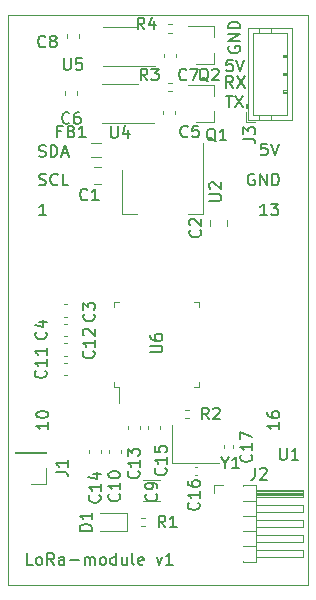
<source format=gbr>
%TF.GenerationSoftware,KiCad,Pcbnew,(5.1.10)-1*%
%TF.CreationDate,2021-08-15T22:41:54+03:00*%
%TF.ProjectId,jantteri-lora,6a616e74-7465-4726-992d-6c6f72612e6b,rev?*%
%TF.SameCoordinates,Original*%
%TF.FileFunction,Legend,Top*%
%TF.FilePolarity,Positive*%
%FSLAX46Y46*%
G04 Gerber Fmt 4.6, Leading zero omitted, Abs format (unit mm)*
G04 Created by KiCad (PCBNEW (5.1.10)-1) date 2021-08-15 22:41:54*
%MOMM*%
%LPD*%
G01*
G04 APERTURE LIST*
%ADD10C,0.150000*%
%ADD11C,0.120000*%
G04 APERTURE END LIST*
D10*
X78954333Y-51252380D02*
X78621000Y-50776190D01*
X78382904Y-51252380D02*
X78382904Y-50252380D01*
X78763857Y-50252380D01*
X78859095Y-50300000D01*
X78906714Y-50347619D01*
X78954333Y-50442857D01*
X78954333Y-50585714D01*
X78906714Y-50680952D01*
X78859095Y-50728571D01*
X78763857Y-50776190D01*
X78382904Y-50776190D01*
X79287666Y-50252380D02*
X79954333Y-51252380D01*
X79954333Y-50252380D02*
X79287666Y-51252380D01*
X78359095Y-51903380D02*
X78930523Y-51903380D01*
X78644809Y-52903380D02*
X78644809Y-51903380D01*
X79168619Y-51903380D02*
X79835285Y-52903380D01*
X79835285Y-51903380D02*
X79168619Y-52903380D01*
X78930523Y-48855380D02*
X78454333Y-48855380D01*
X78406714Y-49331571D01*
X78454333Y-49283952D01*
X78549571Y-49236333D01*
X78787666Y-49236333D01*
X78882904Y-49283952D01*
X78930523Y-49331571D01*
X78978142Y-49426809D01*
X78978142Y-49664904D01*
X78930523Y-49760142D01*
X78882904Y-49807761D01*
X78787666Y-49855380D01*
X78549571Y-49855380D01*
X78454333Y-49807761D01*
X78406714Y-49760142D01*
X79263857Y-48855380D02*
X79597190Y-49855380D01*
X79930523Y-48855380D01*
X78621000Y-47751904D02*
X78573380Y-47847142D01*
X78573380Y-47990000D01*
X78621000Y-48132857D01*
X78716238Y-48228095D01*
X78811476Y-48275714D01*
X79001952Y-48323333D01*
X79144809Y-48323333D01*
X79335285Y-48275714D01*
X79430523Y-48228095D01*
X79525761Y-48132857D01*
X79573380Y-47990000D01*
X79573380Y-47894761D01*
X79525761Y-47751904D01*
X79478142Y-47704285D01*
X79144809Y-47704285D01*
X79144809Y-47894761D01*
X79573380Y-47275714D02*
X78573380Y-47275714D01*
X79573380Y-46704285D01*
X78573380Y-46704285D01*
X79573380Y-46228095D02*
X78573380Y-46228095D01*
X78573380Y-45990000D01*
X78621000Y-45847142D01*
X78716238Y-45751904D01*
X78811476Y-45704285D01*
X79001952Y-45656666D01*
X79144809Y-45656666D01*
X79335285Y-45704285D01*
X79430523Y-45751904D01*
X79525761Y-45847142D01*
X79573380Y-45990000D01*
X79573380Y-46228095D01*
X81851523Y-62047380D02*
X81280095Y-62047380D01*
X81565809Y-62047380D02*
X81565809Y-61047380D01*
X81470571Y-61190238D01*
X81375333Y-61285476D01*
X81280095Y-61333095D01*
X82184857Y-61047380D02*
X82803904Y-61047380D01*
X82470571Y-61428333D01*
X82613428Y-61428333D01*
X82708666Y-61475952D01*
X82756285Y-61523571D01*
X82803904Y-61618809D01*
X82803904Y-61856904D01*
X82756285Y-61952142D01*
X82708666Y-61999761D01*
X82613428Y-62047380D01*
X82327714Y-62047380D01*
X82232476Y-61999761D01*
X82184857Y-61952142D01*
X82875380Y-79565476D02*
X82875380Y-80136904D01*
X82875380Y-79851190D02*
X81875380Y-79851190D01*
X82018238Y-79946428D01*
X82113476Y-80041666D01*
X82161095Y-80136904D01*
X81875380Y-78708333D02*
X81875380Y-78898809D01*
X81923000Y-78994047D01*
X81970619Y-79041666D01*
X82113476Y-79136904D01*
X82303952Y-79184523D01*
X82684904Y-79184523D01*
X82780142Y-79136904D01*
X82827761Y-79089285D01*
X82875380Y-78994047D01*
X82875380Y-78803571D01*
X82827761Y-78708333D01*
X82780142Y-78660714D01*
X82684904Y-78613095D01*
X82446809Y-78613095D01*
X82351571Y-78660714D01*
X82303952Y-78708333D01*
X82256333Y-78803571D01*
X82256333Y-78994047D01*
X82303952Y-79089285D01*
X82351571Y-79136904D01*
X82446809Y-79184523D01*
X63317380Y-79565476D02*
X63317380Y-80136904D01*
X63317380Y-79851190D02*
X62317380Y-79851190D01*
X62460238Y-79946428D01*
X62555476Y-80041666D01*
X62603095Y-80136904D01*
X62317380Y-78946428D02*
X62317380Y-78851190D01*
X62365000Y-78755952D01*
X62412619Y-78708333D01*
X62507857Y-78660714D01*
X62698333Y-78613095D01*
X62936428Y-78613095D01*
X63126904Y-78660714D01*
X63222142Y-78708333D01*
X63269761Y-78755952D01*
X63317380Y-78851190D01*
X63317380Y-78946428D01*
X63269761Y-79041666D01*
X63222142Y-79089285D01*
X63126904Y-79136904D01*
X62936428Y-79184523D01*
X62698333Y-79184523D01*
X62507857Y-79136904D01*
X62412619Y-79089285D01*
X62365000Y-79041666D01*
X62317380Y-78946428D01*
X63150714Y-62047380D02*
X62579285Y-62047380D01*
X62865000Y-62047380D02*
X62865000Y-61047380D01*
X62769761Y-61190238D01*
X62674523Y-61285476D01*
X62579285Y-61333095D01*
X62563523Y-59459761D02*
X62706380Y-59507380D01*
X62944476Y-59507380D01*
X63039714Y-59459761D01*
X63087333Y-59412142D01*
X63134952Y-59316904D01*
X63134952Y-59221666D01*
X63087333Y-59126428D01*
X63039714Y-59078809D01*
X62944476Y-59031190D01*
X62754000Y-58983571D01*
X62658761Y-58935952D01*
X62611142Y-58888333D01*
X62563523Y-58793095D01*
X62563523Y-58697857D01*
X62611142Y-58602619D01*
X62658761Y-58555000D01*
X62754000Y-58507380D01*
X62992095Y-58507380D01*
X63134952Y-58555000D01*
X64134952Y-59412142D02*
X64087333Y-59459761D01*
X63944476Y-59507380D01*
X63849238Y-59507380D01*
X63706380Y-59459761D01*
X63611142Y-59364523D01*
X63563523Y-59269285D01*
X63515904Y-59078809D01*
X63515904Y-58935952D01*
X63563523Y-58745476D01*
X63611142Y-58650238D01*
X63706380Y-58555000D01*
X63849238Y-58507380D01*
X63944476Y-58507380D01*
X64087333Y-58555000D01*
X64134952Y-58602619D01*
X65039714Y-59507380D02*
X64563523Y-59507380D01*
X64563523Y-58507380D01*
X62539714Y-57046761D02*
X62682571Y-57094380D01*
X62920666Y-57094380D01*
X63015904Y-57046761D01*
X63063523Y-56999142D01*
X63111142Y-56903904D01*
X63111142Y-56808666D01*
X63063523Y-56713428D01*
X63015904Y-56665809D01*
X62920666Y-56618190D01*
X62730190Y-56570571D01*
X62634952Y-56522952D01*
X62587333Y-56475333D01*
X62539714Y-56380095D01*
X62539714Y-56284857D01*
X62587333Y-56189619D01*
X62634952Y-56142000D01*
X62730190Y-56094380D01*
X62968285Y-56094380D01*
X63111142Y-56142000D01*
X63539714Y-57094380D02*
X63539714Y-56094380D01*
X63777809Y-56094380D01*
X63920666Y-56142000D01*
X64015904Y-56237238D01*
X64063523Y-56332476D01*
X64111142Y-56522952D01*
X64111142Y-56665809D01*
X64063523Y-56856285D01*
X64015904Y-56951523D01*
X63920666Y-57046761D01*
X63777809Y-57094380D01*
X63539714Y-57094380D01*
X64492095Y-56808666D02*
X64968285Y-56808666D01*
X64396857Y-57094380D02*
X64730190Y-56094380D01*
X65063523Y-57094380D01*
X80772095Y-58555000D02*
X80676857Y-58507380D01*
X80534000Y-58507380D01*
X80391142Y-58555000D01*
X80295904Y-58650238D01*
X80248285Y-58745476D01*
X80200666Y-58935952D01*
X80200666Y-59078809D01*
X80248285Y-59269285D01*
X80295904Y-59364523D01*
X80391142Y-59459761D01*
X80534000Y-59507380D01*
X80629238Y-59507380D01*
X80772095Y-59459761D01*
X80819714Y-59412142D01*
X80819714Y-59078809D01*
X80629238Y-59078809D01*
X81248285Y-59507380D02*
X81248285Y-58507380D01*
X81819714Y-59507380D01*
X81819714Y-58507380D01*
X82295904Y-59507380D02*
X82295904Y-58507380D01*
X82534000Y-58507380D01*
X82676857Y-58555000D01*
X82772095Y-58650238D01*
X82819714Y-58745476D01*
X82867333Y-58935952D01*
X82867333Y-59078809D01*
X82819714Y-59269285D01*
X82772095Y-59364523D01*
X82676857Y-59459761D01*
X82534000Y-59507380D01*
X82295904Y-59507380D01*
X81851523Y-55967380D02*
X81375333Y-55967380D01*
X81327714Y-56443571D01*
X81375333Y-56395952D01*
X81470571Y-56348333D01*
X81708666Y-56348333D01*
X81803904Y-56395952D01*
X81851523Y-56443571D01*
X81899142Y-56538809D01*
X81899142Y-56776904D01*
X81851523Y-56872142D01*
X81803904Y-56919761D01*
X81708666Y-56967380D01*
X81470571Y-56967380D01*
X81375333Y-56919761D01*
X81327714Y-56872142D01*
X82184857Y-55967380D02*
X82518190Y-56967380D01*
X82851523Y-55967380D01*
X62024333Y-91638380D02*
X61548142Y-91638380D01*
X61548142Y-90638380D01*
X62500523Y-91638380D02*
X62405285Y-91590761D01*
X62357666Y-91543142D01*
X62310047Y-91447904D01*
X62310047Y-91162190D01*
X62357666Y-91066952D01*
X62405285Y-91019333D01*
X62500523Y-90971714D01*
X62643380Y-90971714D01*
X62738619Y-91019333D01*
X62786238Y-91066952D01*
X62833857Y-91162190D01*
X62833857Y-91447904D01*
X62786238Y-91543142D01*
X62738619Y-91590761D01*
X62643380Y-91638380D01*
X62500523Y-91638380D01*
X63833857Y-91638380D02*
X63500523Y-91162190D01*
X63262428Y-91638380D02*
X63262428Y-90638380D01*
X63643380Y-90638380D01*
X63738619Y-90686000D01*
X63786238Y-90733619D01*
X63833857Y-90828857D01*
X63833857Y-90971714D01*
X63786238Y-91066952D01*
X63738619Y-91114571D01*
X63643380Y-91162190D01*
X63262428Y-91162190D01*
X64691000Y-91638380D02*
X64691000Y-91114571D01*
X64643380Y-91019333D01*
X64548142Y-90971714D01*
X64357666Y-90971714D01*
X64262428Y-91019333D01*
X64691000Y-91590761D02*
X64595761Y-91638380D01*
X64357666Y-91638380D01*
X64262428Y-91590761D01*
X64214809Y-91495523D01*
X64214809Y-91400285D01*
X64262428Y-91305047D01*
X64357666Y-91257428D01*
X64595761Y-91257428D01*
X64691000Y-91209809D01*
X65167190Y-91257428D02*
X65929095Y-91257428D01*
X66405285Y-91638380D02*
X66405285Y-90971714D01*
X66405285Y-91066952D02*
X66452904Y-91019333D01*
X66548142Y-90971714D01*
X66691000Y-90971714D01*
X66786238Y-91019333D01*
X66833857Y-91114571D01*
X66833857Y-91638380D01*
X66833857Y-91114571D02*
X66881476Y-91019333D01*
X66976714Y-90971714D01*
X67119571Y-90971714D01*
X67214809Y-91019333D01*
X67262428Y-91114571D01*
X67262428Y-91638380D01*
X67881476Y-91638380D02*
X67786238Y-91590761D01*
X67738619Y-91543142D01*
X67691000Y-91447904D01*
X67691000Y-91162190D01*
X67738619Y-91066952D01*
X67786238Y-91019333D01*
X67881476Y-90971714D01*
X68024333Y-90971714D01*
X68119571Y-91019333D01*
X68167190Y-91066952D01*
X68214809Y-91162190D01*
X68214809Y-91447904D01*
X68167190Y-91543142D01*
X68119571Y-91590761D01*
X68024333Y-91638380D01*
X67881476Y-91638380D01*
X69071952Y-91638380D02*
X69071952Y-90638380D01*
X69071952Y-91590761D02*
X68976714Y-91638380D01*
X68786238Y-91638380D01*
X68691000Y-91590761D01*
X68643380Y-91543142D01*
X68595761Y-91447904D01*
X68595761Y-91162190D01*
X68643380Y-91066952D01*
X68691000Y-91019333D01*
X68786238Y-90971714D01*
X68976714Y-90971714D01*
X69071952Y-91019333D01*
X69976714Y-90971714D02*
X69976714Y-91638380D01*
X69548142Y-90971714D02*
X69548142Y-91495523D01*
X69595761Y-91590761D01*
X69691000Y-91638380D01*
X69833857Y-91638380D01*
X69929095Y-91590761D01*
X69976714Y-91543142D01*
X70595761Y-91638380D02*
X70500523Y-91590761D01*
X70452904Y-91495523D01*
X70452904Y-90638380D01*
X71357666Y-91590761D02*
X71262428Y-91638380D01*
X71071952Y-91638380D01*
X70976714Y-91590761D01*
X70929095Y-91495523D01*
X70929095Y-91114571D01*
X70976714Y-91019333D01*
X71071952Y-90971714D01*
X71262428Y-90971714D01*
X71357666Y-91019333D01*
X71405285Y-91114571D01*
X71405285Y-91209809D01*
X70929095Y-91305047D01*
X72500523Y-90971714D02*
X72738619Y-91638380D01*
X72976714Y-90971714D01*
X73881476Y-91638380D02*
X73310047Y-91638380D01*
X73595761Y-91638380D02*
X73595761Y-90638380D01*
X73500523Y-90781238D01*
X73405285Y-90876476D01*
X73310047Y-90924095D01*
D11*
%TO.C,U1*%
X85344000Y-45085000D02*
X59944000Y-45085000D01*
X85344000Y-45085000D02*
X85344000Y-92075000D01*
X85344000Y-93345000D02*
X59944000Y-93345000D01*
X59944000Y-93345000D02*
X59944000Y-45085000D01*
X85344000Y-93345000D02*
X85344000Y-92075000D01*
%TO.C,C2*%
X78459000Y-62933252D02*
X78459000Y-62410748D01*
X76989000Y-62933252D02*
X76989000Y-62410748D01*
%TO.C,C1*%
X67759252Y-59409000D02*
X67236748Y-59409000D01*
X67759252Y-57939000D02*
X67236748Y-57939000D01*
%TO.C,C3*%
X64923580Y-70614000D02*
X64642420Y-70614000D01*
X64923580Y-69594000D02*
X64642420Y-69594000D01*
%TO.C,C4*%
X64923580Y-71245000D02*
X64642420Y-71245000D01*
X64923580Y-72265000D02*
X64642420Y-72265000D01*
%TO.C,C5*%
X73023000Y-53199420D02*
X73023000Y-53480580D01*
X74043000Y-53199420D02*
X74043000Y-53480580D01*
%TO.C,C6*%
X64768000Y-51842580D02*
X64768000Y-51561420D01*
X65788000Y-51842580D02*
X65788000Y-51561420D01*
%TO.C,C7*%
X73150000Y-48360420D02*
X73150000Y-48641580D01*
X74170000Y-48360420D02*
X74170000Y-48641580D01*
%TO.C,C8*%
X64895000Y-47016580D02*
X64895000Y-46735420D01*
X65915000Y-47016580D02*
X65915000Y-46735420D01*
%TO.C,C9*%
X72769252Y-86254000D02*
X71346748Y-86254000D01*
X72769252Y-84434000D02*
X71346748Y-84434000D01*
%TO.C,C10*%
X68451000Y-81914420D02*
X68451000Y-82195580D01*
X69471000Y-81914420D02*
X69471000Y-82195580D01*
%TO.C,C11*%
X64923580Y-74547000D02*
X64642420Y-74547000D01*
X64923580Y-75567000D02*
X64642420Y-75567000D01*
%TO.C,C12*%
X64923580Y-73916000D02*
X64642420Y-73916000D01*
X64923580Y-72896000D02*
X64642420Y-72896000D01*
%TO.C,C13*%
X71122000Y-79882420D02*
X71122000Y-80163580D01*
X70102000Y-79882420D02*
X70102000Y-80163580D01*
%TO.C,C14*%
X66800000Y-81914420D02*
X66800000Y-82195580D01*
X67820000Y-81914420D02*
X67820000Y-82195580D01*
%TO.C,C15*%
X72773000Y-79882420D02*
X72773000Y-80163580D01*
X71753000Y-79882420D02*
X71753000Y-80163580D01*
%TO.C,C16*%
X75739164Y-83333000D02*
X75954836Y-83333000D01*
X75739164Y-84053000D02*
X75954836Y-84053000D01*
%TO.C,C17*%
X78253000Y-81525164D02*
X78253000Y-81740836D01*
X78973000Y-81525164D02*
X78973000Y-81740836D01*
%TO.C,D1*%
X67678500Y-88746000D02*
X69963500Y-88746000D01*
X69963500Y-88746000D02*
X69963500Y-87276000D01*
X69963500Y-87276000D02*
X67678500Y-87276000D01*
%TO.C,FB1*%
X67790122Y-57075000D02*
X66990878Y-57075000D01*
X67790122Y-55955000D02*
X66990878Y-55955000D01*
%TO.C,J1*%
X63179000Y-82109000D02*
X60519000Y-82109000D01*
X63179000Y-82169000D02*
X63179000Y-82109000D01*
X60519000Y-82169000D02*
X60519000Y-82109000D01*
X63179000Y-82169000D02*
X60519000Y-82169000D01*
X63179000Y-83439000D02*
X63179000Y-84769000D01*
X63179000Y-84769000D02*
X61849000Y-84769000D01*
%TO.C,J3*%
X80251000Y-53934000D02*
X83971000Y-53934000D01*
X83971000Y-53934000D02*
X83971000Y-46214000D01*
X83971000Y-46214000D02*
X80251000Y-46214000D01*
X80251000Y-46214000D02*
X80251000Y-53934000D01*
X80251000Y-52624000D02*
X80051000Y-52624000D01*
X80051000Y-52624000D02*
X80051000Y-52924000D01*
X80051000Y-52924000D02*
X80251000Y-52924000D01*
X80151000Y-52624000D02*
X80151000Y-52924000D01*
X80651000Y-53534000D02*
X83571000Y-53534000D01*
X83571000Y-53534000D02*
X83571000Y-46614000D01*
X83571000Y-46614000D02*
X80651000Y-46614000D01*
X80651000Y-46614000D02*
X80651000Y-53534000D01*
X81161000Y-53934000D02*
X81161000Y-53534000D01*
X82161000Y-53934000D02*
X82161000Y-53534000D01*
X81161000Y-46214000D02*
X81161000Y-46614000D01*
X82161000Y-46214000D02*
X82161000Y-46614000D01*
X83571000Y-51674000D02*
X83171000Y-51674000D01*
X83171000Y-51674000D02*
X83171000Y-51474000D01*
X83171000Y-51474000D02*
X83571000Y-51474000D01*
X83571000Y-51574000D02*
X83171000Y-51574000D01*
X83571000Y-50174000D02*
X83171000Y-50174000D01*
X83171000Y-50174000D02*
X83171000Y-49974000D01*
X83171000Y-49974000D02*
X83571000Y-49974000D01*
X83571000Y-50074000D02*
X83171000Y-50074000D01*
X83571000Y-48674000D02*
X83171000Y-48674000D01*
X83171000Y-48674000D02*
X83171000Y-48474000D01*
X83171000Y-48474000D02*
X83571000Y-48474000D01*
X83571000Y-48574000D02*
X83171000Y-48574000D01*
X80051000Y-53334000D02*
X80051000Y-54134000D01*
X80051000Y-54134000D02*
X80851000Y-54134000D01*
%TO.C,Q1*%
X77341000Y-54158000D02*
X77341000Y-53228000D01*
X77341000Y-50998000D02*
X77341000Y-51928000D01*
X77341000Y-50998000D02*
X75181000Y-50998000D01*
X77341000Y-54158000D02*
X75881000Y-54158000D01*
%TO.C,Q2*%
X77341000Y-49205000D02*
X75881000Y-49205000D01*
X77341000Y-46045000D02*
X75181000Y-46045000D01*
X77341000Y-46045000D02*
X77341000Y-46975000D01*
X77341000Y-49205000D02*
X77341000Y-48275000D01*
%TO.C,R3*%
X73508359Y-51561000D02*
X73815641Y-51561000D01*
X73508359Y-50801000D02*
X73815641Y-50801000D01*
%TO.C,R4*%
X73508359Y-45848000D02*
X73815641Y-45848000D01*
X73508359Y-46608000D02*
X73815641Y-46608000D01*
%TO.C,R1*%
X71527641Y-88391000D02*
X71220359Y-88391000D01*
X71527641Y-87631000D02*
X71220359Y-87631000D01*
%TO.C,R2*%
X74905359Y-79247000D02*
X75212641Y-79247000D01*
X74905359Y-78487000D02*
X75212641Y-78487000D01*
%TO.C,U2*%
X69601000Y-61956000D02*
X70861000Y-61956000D01*
X76421000Y-61956000D02*
X75161000Y-61956000D01*
X69601000Y-58196000D02*
X69601000Y-61956000D01*
X76421000Y-55946000D02*
X76421000Y-61956000D01*
%TO.C,U4*%
X69392999Y-50968000D02*
X67892999Y-50968000D01*
X69392999Y-50968000D02*
X70892999Y-50968000D01*
X69392999Y-54188000D02*
X67892999Y-54188000D01*
X69392999Y-54188000D02*
X72267999Y-54188000D01*
%TO.C,U5*%
X69469000Y-49362000D02*
X72344000Y-49362000D01*
X69469000Y-49362000D02*
X67969000Y-49362000D01*
X69469000Y-46142000D02*
X70969000Y-46142000D01*
X69469000Y-46142000D02*
X67969000Y-46142000D01*
%TO.C,U6*%
X76123000Y-69836500D02*
X76123000Y-69386500D01*
X76123000Y-69386500D02*
X75673000Y-69386500D01*
X76123000Y-76156500D02*
X76123000Y-76606500D01*
X76123000Y-76606500D02*
X75673000Y-76606500D01*
X68903000Y-69836500D02*
X68903000Y-69386500D01*
X68903000Y-69386500D02*
X69353000Y-69386500D01*
X68903000Y-76156500D02*
X68903000Y-76606500D01*
X68903000Y-76606500D02*
X69353000Y-76606500D01*
X69353000Y-76606500D02*
X69353000Y-77896500D01*
%TO.C,Y1*%
X73819000Y-79757000D02*
X73819000Y-83057000D01*
X73819000Y-83057000D02*
X77819000Y-83057000D01*
%TO.C,J2*%
X79815000Y-84978323D02*
X79815000Y-84903000D01*
X79815000Y-84903000D02*
X80935000Y-84903000D01*
X80935000Y-84903000D02*
X80935000Y-91373000D01*
X80935000Y-91373000D02*
X79815000Y-91373000D01*
X79815000Y-91373000D02*
X79815000Y-91297677D01*
X80935000Y-85338000D02*
X84935000Y-85338000D01*
X84935000Y-85338000D02*
X84935000Y-85858000D01*
X84935000Y-85858000D02*
X80935000Y-85858000D01*
X80935000Y-85398000D02*
X84935000Y-85398000D01*
X80935000Y-85518000D02*
X84935000Y-85518000D01*
X80935000Y-85638000D02*
X84935000Y-85638000D01*
X80935000Y-85758000D02*
X84935000Y-85758000D01*
X79815000Y-86233000D02*
X80935000Y-86233000D01*
X79815000Y-86217677D02*
X79815000Y-86248323D01*
X80935000Y-86608000D02*
X84935000Y-86608000D01*
X84935000Y-86608000D02*
X84935000Y-87128000D01*
X84935000Y-87128000D02*
X80935000Y-87128000D01*
X79815000Y-87503000D02*
X80935000Y-87503000D01*
X79815000Y-87487677D02*
X79815000Y-87518323D01*
X80935000Y-87878000D02*
X84935000Y-87878000D01*
X84935000Y-87878000D02*
X84935000Y-88398000D01*
X84935000Y-88398000D02*
X80935000Y-88398000D01*
X79815000Y-88773000D02*
X80935000Y-88773000D01*
X79815000Y-88757677D02*
X79815000Y-88788323D01*
X80935000Y-89148000D02*
X84935000Y-89148000D01*
X84935000Y-89148000D02*
X84935000Y-89668000D01*
X84935000Y-89668000D02*
X80935000Y-89668000D01*
X79815000Y-90043000D02*
X80935000Y-90043000D01*
X79815000Y-90027677D02*
X79815000Y-90058323D01*
X80935000Y-90418000D02*
X84935000Y-90418000D01*
X84935000Y-90418000D02*
X84935000Y-90938000D01*
X84935000Y-90938000D02*
X80935000Y-90938000D01*
X77345000Y-85598000D02*
X77345000Y-84838000D01*
X77345000Y-84838000D02*
X78105000Y-84838000D01*
%TO.C,U1*%
D10*
X82931095Y-81748380D02*
X82931095Y-82557904D01*
X82978714Y-82653142D01*
X83026333Y-82700761D01*
X83121571Y-82748380D01*
X83312047Y-82748380D01*
X83407285Y-82700761D01*
X83454904Y-82653142D01*
X83502523Y-82557904D01*
X83502523Y-81748380D01*
X84502523Y-82748380D02*
X83931095Y-82748380D01*
X84216809Y-82748380D02*
X84216809Y-81748380D01*
X84121571Y-81891238D01*
X84026333Y-81986476D01*
X83931095Y-82034095D01*
%TO.C,C2*%
X76176142Y-63285666D02*
X76223761Y-63333285D01*
X76271380Y-63476142D01*
X76271380Y-63571380D01*
X76223761Y-63714238D01*
X76128523Y-63809476D01*
X76033285Y-63857095D01*
X75842809Y-63904714D01*
X75699952Y-63904714D01*
X75509476Y-63857095D01*
X75414238Y-63809476D01*
X75319000Y-63714238D01*
X75271380Y-63571380D01*
X75271380Y-63476142D01*
X75319000Y-63333285D01*
X75366619Y-63285666D01*
X75366619Y-62904714D02*
X75319000Y-62857095D01*
X75271380Y-62761857D01*
X75271380Y-62523761D01*
X75319000Y-62428523D01*
X75366619Y-62380904D01*
X75461857Y-62333285D01*
X75557095Y-62333285D01*
X75699952Y-62380904D01*
X76271380Y-62952333D01*
X76271380Y-62333285D01*
%TO.C,C1*%
X66635333Y-60682142D02*
X66587714Y-60729761D01*
X66444857Y-60777380D01*
X66349619Y-60777380D01*
X66206761Y-60729761D01*
X66111523Y-60634523D01*
X66063904Y-60539285D01*
X66016285Y-60348809D01*
X66016285Y-60205952D01*
X66063904Y-60015476D01*
X66111523Y-59920238D01*
X66206761Y-59825000D01*
X66349619Y-59777380D01*
X66444857Y-59777380D01*
X66587714Y-59825000D01*
X66635333Y-59872619D01*
X67587714Y-60777380D02*
X67016285Y-60777380D01*
X67302000Y-60777380D02*
X67302000Y-59777380D01*
X67206761Y-59920238D01*
X67111523Y-60015476D01*
X67016285Y-60063095D01*
%TO.C,C3*%
X67185142Y-70397666D02*
X67232761Y-70445285D01*
X67280380Y-70588142D01*
X67280380Y-70683380D01*
X67232761Y-70826238D01*
X67137523Y-70921476D01*
X67042285Y-70969095D01*
X66851809Y-71016714D01*
X66708952Y-71016714D01*
X66518476Y-70969095D01*
X66423238Y-70921476D01*
X66328000Y-70826238D01*
X66280380Y-70683380D01*
X66280380Y-70588142D01*
X66328000Y-70445285D01*
X66375619Y-70397666D01*
X66280380Y-70064333D02*
X66280380Y-69445285D01*
X66661333Y-69778619D01*
X66661333Y-69635761D01*
X66708952Y-69540523D01*
X66756571Y-69492904D01*
X66851809Y-69445285D01*
X67089904Y-69445285D01*
X67185142Y-69492904D01*
X67232761Y-69540523D01*
X67280380Y-69635761D01*
X67280380Y-69921476D01*
X67232761Y-70016714D01*
X67185142Y-70064333D01*
%TO.C,C4*%
X63121142Y-71921666D02*
X63168761Y-71969285D01*
X63216380Y-72112142D01*
X63216380Y-72207380D01*
X63168761Y-72350238D01*
X63073523Y-72445476D01*
X62978285Y-72493095D01*
X62787809Y-72540714D01*
X62644952Y-72540714D01*
X62454476Y-72493095D01*
X62359238Y-72445476D01*
X62264000Y-72350238D01*
X62216380Y-72207380D01*
X62216380Y-72112142D01*
X62264000Y-71969285D01*
X62311619Y-71921666D01*
X62549714Y-71064523D02*
X63216380Y-71064523D01*
X62168761Y-71302619D02*
X62883047Y-71540714D01*
X62883047Y-70921666D01*
%TO.C,C5*%
X75144333Y-55348142D02*
X75096714Y-55395761D01*
X74953857Y-55443380D01*
X74858619Y-55443380D01*
X74715761Y-55395761D01*
X74620523Y-55300523D01*
X74572904Y-55205285D01*
X74525285Y-55014809D01*
X74525285Y-54871952D01*
X74572904Y-54681476D01*
X74620523Y-54586238D01*
X74715761Y-54491000D01*
X74858619Y-54443380D01*
X74953857Y-54443380D01*
X75096714Y-54491000D01*
X75144333Y-54538619D01*
X76049095Y-54443380D02*
X75572904Y-54443380D01*
X75525285Y-54919571D01*
X75572904Y-54871952D01*
X75668142Y-54824333D01*
X75906238Y-54824333D01*
X76001476Y-54871952D01*
X76049095Y-54919571D01*
X76096714Y-55014809D01*
X76096714Y-55252904D01*
X76049095Y-55348142D01*
X76001476Y-55395761D01*
X75906238Y-55443380D01*
X75668142Y-55443380D01*
X75572904Y-55395761D01*
X75525285Y-55348142D01*
%TO.C,C6*%
X65111333Y-54205142D02*
X65063714Y-54252761D01*
X64920857Y-54300380D01*
X64825619Y-54300380D01*
X64682761Y-54252761D01*
X64587523Y-54157523D01*
X64539904Y-54062285D01*
X64492285Y-53871809D01*
X64492285Y-53728952D01*
X64539904Y-53538476D01*
X64587523Y-53443238D01*
X64682761Y-53348000D01*
X64825619Y-53300380D01*
X64920857Y-53300380D01*
X65063714Y-53348000D01*
X65111333Y-53395619D01*
X65968476Y-53300380D02*
X65778000Y-53300380D01*
X65682761Y-53348000D01*
X65635142Y-53395619D01*
X65539904Y-53538476D01*
X65492285Y-53728952D01*
X65492285Y-54109904D01*
X65539904Y-54205142D01*
X65587523Y-54252761D01*
X65682761Y-54300380D01*
X65873238Y-54300380D01*
X65968476Y-54252761D01*
X66016095Y-54205142D01*
X66063714Y-54109904D01*
X66063714Y-53871809D01*
X66016095Y-53776571D01*
X65968476Y-53728952D01*
X65873238Y-53681333D01*
X65682761Y-53681333D01*
X65587523Y-53728952D01*
X65539904Y-53776571D01*
X65492285Y-53871809D01*
%TO.C,C7*%
X75017333Y-50522142D02*
X74969714Y-50569761D01*
X74826857Y-50617380D01*
X74731619Y-50617380D01*
X74588761Y-50569761D01*
X74493523Y-50474523D01*
X74445904Y-50379285D01*
X74398285Y-50188809D01*
X74398285Y-50045952D01*
X74445904Y-49855476D01*
X74493523Y-49760238D01*
X74588761Y-49665000D01*
X74731619Y-49617380D01*
X74826857Y-49617380D01*
X74969714Y-49665000D01*
X75017333Y-49712619D01*
X75350666Y-49617380D02*
X76017333Y-49617380D01*
X75588761Y-50617380D01*
%TO.C,C8*%
X63079333Y-47728142D02*
X63031714Y-47775761D01*
X62888857Y-47823380D01*
X62793619Y-47823380D01*
X62650761Y-47775761D01*
X62555523Y-47680523D01*
X62507904Y-47585285D01*
X62460285Y-47394809D01*
X62460285Y-47251952D01*
X62507904Y-47061476D01*
X62555523Y-46966238D01*
X62650761Y-46871000D01*
X62793619Y-46823380D01*
X62888857Y-46823380D01*
X63031714Y-46871000D01*
X63079333Y-46918619D01*
X63650761Y-47251952D02*
X63555523Y-47204333D01*
X63507904Y-47156714D01*
X63460285Y-47061476D01*
X63460285Y-47013857D01*
X63507904Y-46918619D01*
X63555523Y-46871000D01*
X63650761Y-46823380D01*
X63841238Y-46823380D01*
X63936476Y-46871000D01*
X63984095Y-46918619D01*
X64031714Y-47013857D01*
X64031714Y-47061476D01*
X63984095Y-47156714D01*
X63936476Y-47204333D01*
X63841238Y-47251952D01*
X63650761Y-47251952D01*
X63555523Y-47299571D01*
X63507904Y-47347190D01*
X63460285Y-47442428D01*
X63460285Y-47632904D01*
X63507904Y-47728142D01*
X63555523Y-47775761D01*
X63650761Y-47823380D01*
X63841238Y-47823380D01*
X63936476Y-47775761D01*
X63984095Y-47728142D01*
X64031714Y-47632904D01*
X64031714Y-47442428D01*
X63984095Y-47347190D01*
X63936476Y-47299571D01*
X63841238Y-47251952D01*
%TO.C,C9*%
X72464142Y-85637666D02*
X72511761Y-85685285D01*
X72559380Y-85828142D01*
X72559380Y-85923380D01*
X72511761Y-86066238D01*
X72416523Y-86161476D01*
X72321285Y-86209095D01*
X72130809Y-86256714D01*
X71987952Y-86256714D01*
X71797476Y-86209095D01*
X71702238Y-86161476D01*
X71607000Y-86066238D01*
X71559380Y-85923380D01*
X71559380Y-85828142D01*
X71607000Y-85685285D01*
X71654619Y-85637666D01*
X72559380Y-85161476D02*
X72559380Y-84971000D01*
X72511761Y-84875761D01*
X72464142Y-84828142D01*
X72321285Y-84732904D01*
X72130809Y-84685285D01*
X71749857Y-84685285D01*
X71654619Y-84732904D01*
X71607000Y-84780523D01*
X71559380Y-84875761D01*
X71559380Y-85066238D01*
X71607000Y-85161476D01*
X71654619Y-85209095D01*
X71749857Y-85256714D01*
X71987952Y-85256714D01*
X72083190Y-85209095D01*
X72130809Y-85161476D01*
X72178428Y-85066238D01*
X72178428Y-84875761D01*
X72130809Y-84780523D01*
X72083190Y-84732904D01*
X71987952Y-84685285D01*
%TO.C,C10*%
X69318142Y-85631857D02*
X69365761Y-85679476D01*
X69413380Y-85822333D01*
X69413380Y-85917571D01*
X69365761Y-86060428D01*
X69270523Y-86155666D01*
X69175285Y-86203285D01*
X68984809Y-86250904D01*
X68841952Y-86250904D01*
X68651476Y-86203285D01*
X68556238Y-86155666D01*
X68461000Y-86060428D01*
X68413380Y-85917571D01*
X68413380Y-85822333D01*
X68461000Y-85679476D01*
X68508619Y-85631857D01*
X69413380Y-84679476D02*
X69413380Y-85250904D01*
X69413380Y-84965190D02*
X68413380Y-84965190D01*
X68556238Y-85060428D01*
X68651476Y-85155666D01*
X68699095Y-85250904D01*
X68413380Y-84060428D02*
X68413380Y-83965190D01*
X68461000Y-83869952D01*
X68508619Y-83822333D01*
X68603857Y-83774714D01*
X68794333Y-83727095D01*
X69032428Y-83727095D01*
X69222904Y-83774714D01*
X69318142Y-83822333D01*
X69365761Y-83869952D01*
X69413380Y-83965190D01*
X69413380Y-84060428D01*
X69365761Y-84155666D01*
X69318142Y-84203285D01*
X69222904Y-84250904D01*
X69032428Y-84298523D01*
X68794333Y-84298523D01*
X68603857Y-84250904D01*
X68508619Y-84203285D01*
X68461000Y-84155666D01*
X68413380Y-84060428D01*
%TO.C,C11*%
X63095142Y-75191857D02*
X63142761Y-75239476D01*
X63190380Y-75382333D01*
X63190380Y-75477571D01*
X63142761Y-75620428D01*
X63047523Y-75715666D01*
X62952285Y-75763285D01*
X62761809Y-75810904D01*
X62618952Y-75810904D01*
X62428476Y-75763285D01*
X62333238Y-75715666D01*
X62238000Y-75620428D01*
X62190380Y-75477571D01*
X62190380Y-75382333D01*
X62238000Y-75239476D01*
X62285619Y-75191857D01*
X63190380Y-74239476D02*
X63190380Y-74810904D01*
X63190380Y-74525190D02*
X62190380Y-74525190D01*
X62333238Y-74620428D01*
X62428476Y-74715666D01*
X62476095Y-74810904D01*
X63190380Y-73287095D02*
X63190380Y-73858523D01*
X63190380Y-73572809D02*
X62190380Y-73572809D01*
X62333238Y-73668047D01*
X62428476Y-73763285D01*
X62476095Y-73858523D01*
%TO.C,C12*%
X67159142Y-73540857D02*
X67206761Y-73588476D01*
X67254380Y-73731333D01*
X67254380Y-73826571D01*
X67206761Y-73969428D01*
X67111523Y-74064666D01*
X67016285Y-74112285D01*
X66825809Y-74159904D01*
X66682952Y-74159904D01*
X66492476Y-74112285D01*
X66397238Y-74064666D01*
X66302000Y-73969428D01*
X66254380Y-73826571D01*
X66254380Y-73731333D01*
X66302000Y-73588476D01*
X66349619Y-73540857D01*
X67254380Y-72588476D02*
X67254380Y-73159904D01*
X67254380Y-72874190D02*
X66254380Y-72874190D01*
X66397238Y-72969428D01*
X66492476Y-73064666D01*
X66540095Y-73159904D01*
X66349619Y-72207523D02*
X66302000Y-72159904D01*
X66254380Y-72064666D01*
X66254380Y-71826571D01*
X66302000Y-71731333D01*
X66349619Y-71683714D01*
X66444857Y-71636095D01*
X66540095Y-71636095D01*
X66682952Y-71683714D01*
X67254380Y-72255142D01*
X67254380Y-71636095D01*
%TO.C,C13*%
X70969142Y-83700857D02*
X71016761Y-83748476D01*
X71064380Y-83891333D01*
X71064380Y-83986571D01*
X71016761Y-84129428D01*
X70921523Y-84224666D01*
X70826285Y-84272285D01*
X70635809Y-84319904D01*
X70492952Y-84319904D01*
X70302476Y-84272285D01*
X70207238Y-84224666D01*
X70112000Y-84129428D01*
X70064380Y-83986571D01*
X70064380Y-83891333D01*
X70112000Y-83748476D01*
X70159619Y-83700857D01*
X71064380Y-82748476D02*
X71064380Y-83319904D01*
X71064380Y-83034190D02*
X70064380Y-83034190D01*
X70207238Y-83129428D01*
X70302476Y-83224666D01*
X70350095Y-83319904D01*
X70064380Y-82415142D02*
X70064380Y-81796095D01*
X70445333Y-82129428D01*
X70445333Y-81986571D01*
X70492952Y-81891333D01*
X70540571Y-81843714D01*
X70635809Y-81796095D01*
X70873904Y-81796095D01*
X70969142Y-81843714D01*
X71016761Y-81891333D01*
X71064380Y-81986571D01*
X71064380Y-82272285D01*
X71016761Y-82367523D01*
X70969142Y-82415142D01*
%TO.C,C14*%
X67667142Y-85745857D02*
X67714761Y-85793476D01*
X67762380Y-85936333D01*
X67762380Y-86031571D01*
X67714761Y-86174428D01*
X67619523Y-86269666D01*
X67524285Y-86317285D01*
X67333809Y-86364904D01*
X67190952Y-86364904D01*
X67000476Y-86317285D01*
X66905238Y-86269666D01*
X66810000Y-86174428D01*
X66762380Y-86031571D01*
X66762380Y-85936333D01*
X66810000Y-85793476D01*
X66857619Y-85745857D01*
X67762380Y-84793476D02*
X67762380Y-85364904D01*
X67762380Y-85079190D02*
X66762380Y-85079190D01*
X66905238Y-85174428D01*
X67000476Y-85269666D01*
X67048095Y-85364904D01*
X67095714Y-83936333D02*
X67762380Y-83936333D01*
X66714761Y-84174428D02*
X67429047Y-84412523D01*
X67429047Y-83793476D01*
%TO.C,C15*%
X73255142Y-83446857D02*
X73302761Y-83494476D01*
X73350380Y-83637333D01*
X73350380Y-83732571D01*
X73302761Y-83875428D01*
X73207523Y-83970666D01*
X73112285Y-84018285D01*
X72921809Y-84065904D01*
X72778952Y-84065904D01*
X72588476Y-84018285D01*
X72493238Y-83970666D01*
X72398000Y-83875428D01*
X72350380Y-83732571D01*
X72350380Y-83637333D01*
X72398000Y-83494476D01*
X72445619Y-83446857D01*
X73350380Y-82494476D02*
X73350380Y-83065904D01*
X73350380Y-82780190D02*
X72350380Y-82780190D01*
X72493238Y-82875428D01*
X72588476Y-82970666D01*
X72636095Y-83065904D01*
X72350380Y-81589714D02*
X72350380Y-82065904D01*
X72826571Y-82113523D01*
X72778952Y-82065904D01*
X72731333Y-81970666D01*
X72731333Y-81732571D01*
X72778952Y-81637333D01*
X72826571Y-81589714D01*
X72921809Y-81542095D01*
X73159904Y-81542095D01*
X73255142Y-81589714D01*
X73302761Y-81637333D01*
X73350380Y-81732571D01*
X73350380Y-81970666D01*
X73302761Y-82065904D01*
X73255142Y-82113523D01*
%TO.C,C16*%
X76049142Y-86367857D02*
X76096761Y-86415476D01*
X76144380Y-86558333D01*
X76144380Y-86653571D01*
X76096761Y-86796428D01*
X76001523Y-86891666D01*
X75906285Y-86939285D01*
X75715809Y-86986904D01*
X75572952Y-86986904D01*
X75382476Y-86939285D01*
X75287238Y-86891666D01*
X75192000Y-86796428D01*
X75144380Y-86653571D01*
X75144380Y-86558333D01*
X75192000Y-86415476D01*
X75239619Y-86367857D01*
X76144380Y-85415476D02*
X76144380Y-85986904D01*
X76144380Y-85701190D02*
X75144380Y-85701190D01*
X75287238Y-85796428D01*
X75382476Y-85891666D01*
X75430095Y-85986904D01*
X75144380Y-84558333D02*
X75144380Y-84748809D01*
X75192000Y-84844047D01*
X75239619Y-84891666D01*
X75382476Y-84986904D01*
X75572952Y-85034523D01*
X75953904Y-85034523D01*
X76049142Y-84986904D01*
X76096761Y-84939285D01*
X76144380Y-84844047D01*
X76144380Y-84653571D01*
X76096761Y-84558333D01*
X76049142Y-84510714D01*
X75953904Y-84463095D01*
X75715809Y-84463095D01*
X75620571Y-84510714D01*
X75572952Y-84558333D01*
X75525333Y-84653571D01*
X75525333Y-84844047D01*
X75572952Y-84939285D01*
X75620571Y-84986904D01*
X75715809Y-85034523D01*
%TO.C,C17*%
X80494142Y-82303857D02*
X80541761Y-82351476D01*
X80589380Y-82494333D01*
X80589380Y-82589571D01*
X80541761Y-82732428D01*
X80446523Y-82827666D01*
X80351285Y-82875285D01*
X80160809Y-82922904D01*
X80017952Y-82922904D01*
X79827476Y-82875285D01*
X79732238Y-82827666D01*
X79637000Y-82732428D01*
X79589380Y-82589571D01*
X79589380Y-82494333D01*
X79637000Y-82351476D01*
X79684619Y-82303857D01*
X80589380Y-81351476D02*
X80589380Y-81922904D01*
X80589380Y-81637190D02*
X79589380Y-81637190D01*
X79732238Y-81732428D01*
X79827476Y-81827666D01*
X79875095Y-81922904D01*
X79589380Y-81018142D02*
X79589380Y-80351476D01*
X80589380Y-80780047D01*
%TO.C,D1*%
X67000380Y-88749095D02*
X66000380Y-88749095D01*
X66000380Y-88511000D01*
X66048000Y-88368142D01*
X66143238Y-88272904D01*
X66238476Y-88225285D01*
X66428952Y-88177666D01*
X66571809Y-88177666D01*
X66762285Y-88225285D01*
X66857523Y-88272904D01*
X66952761Y-88368142D01*
X67000380Y-88511000D01*
X67000380Y-88749095D01*
X67000380Y-87225285D02*
X67000380Y-87796714D01*
X67000380Y-87511000D02*
X66000380Y-87511000D01*
X66143238Y-87606238D01*
X66238476Y-87701476D01*
X66286095Y-87796714D01*
%TO.C,FB1*%
X64444666Y-54919571D02*
X64111333Y-54919571D01*
X64111333Y-55443380D02*
X64111333Y-54443380D01*
X64587523Y-54443380D01*
X65301809Y-54919571D02*
X65444666Y-54967190D01*
X65492285Y-55014809D01*
X65539904Y-55110047D01*
X65539904Y-55252904D01*
X65492285Y-55348142D01*
X65444666Y-55395761D01*
X65349428Y-55443380D01*
X64968476Y-55443380D01*
X64968476Y-54443380D01*
X65301809Y-54443380D01*
X65397047Y-54491000D01*
X65444666Y-54538619D01*
X65492285Y-54633857D01*
X65492285Y-54729095D01*
X65444666Y-54824333D01*
X65397047Y-54871952D01*
X65301809Y-54919571D01*
X64968476Y-54919571D01*
X66492285Y-55443380D02*
X65920857Y-55443380D01*
X66206571Y-55443380D02*
X66206571Y-54443380D01*
X66111333Y-54586238D01*
X66016095Y-54681476D01*
X65920857Y-54729095D01*
%TO.C,J1*%
X63968380Y-83772333D02*
X64682666Y-83772333D01*
X64825523Y-83819952D01*
X64920761Y-83915190D01*
X64968380Y-84058047D01*
X64968380Y-84153285D01*
X64968380Y-82772333D02*
X64968380Y-83343761D01*
X64968380Y-83058047D02*
X63968380Y-83058047D01*
X64111238Y-83153285D01*
X64206476Y-83248523D01*
X64254095Y-83343761D01*
%TO.C,J3*%
X79843380Y-55578333D02*
X80557666Y-55578333D01*
X80700523Y-55625952D01*
X80795761Y-55721190D01*
X80843380Y-55864047D01*
X80843380Y-55959285D01*
X79843380Y-55197380D02*
X79843380Y-54578333D01*
X80224333Y-54911666D01*
X80224333Y-54768809D01*
X80271952Y-54673571D01*
X80319571Y-54625952D01*
X80414809Y-54578333D01*
X80652904Y-54578333D01*
X80748142Y-54625952D01*
X80795761Y-54673571D01*
X80843380Y-54768809D01*
X80843380Y-55054523D01*
X80795761Y-55149761D01*
X80748142Y-55197380D01*
%TO.C,Q1*%
X77501761Y-55792619D02*
X77406523Y-55745000D01*
X77311285Y-55649761D01*
X77168428Y-55506904D01*
X77073190Y-55459285D01*
X76977952Y-55459285D01*
X77025571Y-55697380D02*
X76930333Y-55649761D01*
X76835095Y-55554523D01*
X76787476Y-55364047D01*
X76787476Y-55030714D01*
X76835095Y-54840238D01*
X76930333Y-54745000D01*
X77025571Y-54697380D01*
X77216047Y-54697380D01*
X77311285Y-54745000D01*
X77406523Y-54840238D01*
X77454142Y-55030714D01*
X77454142Y-55364047D01*
X77406523Y-55554523D01*
X77311285Y-55649761D01*
X77216047Y-55697380D01*
X77025571Y-55697380D01*
X78406523Y-55697380D02*
X77835095Y-55697380D01*
X78120809Y-55697380D02*
X78120809Y-54697380D01*
X78025571Y-54840238D01*
X77930333Y-54935476D01*
X77835095Y-54983095D01*
%TO.C,Q2*%
X76866761Y-50712619D02*
X76771523Y-50665000D01*
X76676285Y-50569761D01*
X76533428Y-50426904D01*
X76438190Y-50379285D01*
X76342952Y-50379285D01*
X76390571Y-50617380D02*
X76295333Y-50569761D01*
X76200095Y-50474523D01*
X76152476Y-50284047D01*
X76152476Y-49950714D01*
X76200095Y-49760238D01*
X76295333Y-49665000D01*
X76390571Y-49617380D01*
X76581047Y-49617380D01*
X76676285Y-49665000D01*
X76771523Y-49760238D01*
X76819142Y-49950714D01*
X76819142Y-50284047D01*
X76771523Y-50474523D01*
X76676285Y-50569761D01*
X76581047Y-50617380D01*
X76390571Y-50617380D01*
X77200095Y-49712619D02*
X77247714Y-49665000D01*
X77342952Y-49617380D01*
X77581047Y-49617380D01*
X77676285Y-49665000D01*
X77723904Y-49712619D01*
X77771523Y-49807857D01*
X77771523Y-49903095D01*
X77723904Y-50045952D01*
X77152476Y-50617380D01*
X77771523Y-50617380D01*
%TO.C,R3*%
X71715333Y-50617380D02*
X71382000Y-50141190D01*
X71143904Y-50617380D02*
X71143904Y-49617380D01*
X71524857Y-49617380D01*
X71620095Y-49665000D01*
X71667714Y-49712619D01*
X71715333Y-49807857D01*
X71715333Y-49950714D01*
X71667714Y-50045952D01*
X71620095Y-50093571D01*
X71524857Y-50141190D01*
X71143904Y-50141190D01*
X72048666Y-49617380D02*
X72667714Y-49617380D01*
X72334380Y-49998333D01*
X72477238Y-49998333D01*
X72572476Y-50045952D01*
X72620095Y-50093571D01*
X72667714Y-50188809D01*
X72667714Y-50426904D01*
X72620095Y-50522142D01*
X72572476Y-50569761D01*
X72477238Y-50617380D01*
X72191523Y-50617380D01*
X72096285Y-50569761D01*
X72048666Y-50522142D01*
%TO.C,R4*%
X71461333Y-46299380D02*
X71128000Y-45823190D01*
X70889904Y-46299380D02*
X70889904Y-45299380D01*
X71270857Y-45299380D01*
X71366095Y-45347000D01*
X71413714Y-45394619D01*
X71461333Y-45489857D01*
X71461333Y-45632714D01*
X71413714Y-45727952D01*
X71366095Y-45775571D01*
X71270857Y-45823190D01*
X70889904Y-45823190D01*
X72318476Y-45632714D02*
X72318476Y-46299380D01*
X72080380Y-45251761D02*
X71842285Y-45966047D01*
X72461333Y-45966047D01*
%TO.C,R1*%
X73237333Y-88463380D02*
X72904000Y-87987190D01*
X72665904Y-88463380D02*
X72665904Y-87463380D01*
X73046857Y-87463380D01*
X73142095Y-87511000D01*
X73189714Y-87558619D01*
X73237333Y-87653857D01*
X73237333Y-87796714D01*
X73189714Y-87891952D01*
X73142095Y-87939571D01*
X73046857Y-87987190D01*
X72665904Y-87987190D01*
X74189714Y-88463380D02*
X73618285Y-88463380D01*
X73904000Y-88463380D02*
X73904000Y-87463380D01*
X73808761Y-87606238D01*
X73713523Y-87701476D01*
X73618285Y-87749095D01*
%TO.C,R2*%
X76922333Y-79319380D02*
X76589000Y-78843190D01*
X76350904Y-79319380D02*
X76350904Y-78319380D01*
X76731857Y-78319380D01*
X76827095Y-78367000D01*
X76874714Y-78414619D01*
X76922333Y-78509857D01*
X76922333Y-78652714D01*
X76874714Y-78747952D01*
X76827095Y-78795571D01*
X76731857Y-78843190D01*
X76350904Y-78843190D01*
X77303285Y-78414619D02*
X77350904Y-78367000D01*
X77446142Y-78319380D01*
X77684238Y-78319380D01*
X77779476Y-78367000D01*
X77827095Y-78414619D01*
X77874714Y-78509857D01*
X77874714Y-78605095D01*
X77827095Y-78747952D01*
X77255666Y-79319380D01*
X77874714Y-79319380D01*
%TO.C,U2*%
X76963380Y-60807904D02*
X77772904Y-60807904D01*
X77868142Y-60760285D01*
X77915761Y-60712666D01*
X77963380Y-60617428D01*
X77963380Y-60426952D01*
X77915761Y-60331714D01*
X77868142Y-60284095D01*
X77772904Y-60236476D01*
X76963380Y-60236476D01*
X77058619Y-59807904D02*
X77011000Y-59760285D01*
X76963380Y-59665047D01*
X76963380Y-59426952D01*
X77011000Y-59331714D01*
X77058619Y-59284095D01*
X77153857Y-59236476D01*
X77249095Y-59236476D01*
X77391952Y-59284095D01*
X77963380Y-59855523D01*
X77963380Y-59236476D01*
%TO.C,U4*%
X68631094Y-54480380D02*
X68631094Y-55289904D01*
X68678713Y-55385142D01*
X68726332Y-55432761D01*
X68821570Y-55480380D01*
X69012046Y-55480380D01*
X69107284Y-55432761D01*
X69154903Y-55385142D01*
X69202522Y-55289904D01*
X69202522Y-54480380D01*
X70107284Y-54813714D02*
X70107284Y-55480380D01*
X69869189Y-54432761D02*
X69631094Y-55147047D01*
X70250141Y-55147047D01*
%TO.C,U5*%
X64643095Y-48728380D02*
X64643095Y-49537904D01*
X64690714Y-49633142D01*
X64738333Y-49680761D01*
X64833571Y-49728380D01*
X65024047Y-49728380D01*
X65119285Y-49680761D01*
X65166904Y-49633142D01*
X65214523Y-49537904D01*
X65214523Y-48728380D01*
X66166904Y-48728380D02*
X65690714Y-48728380D01*
X65643095Y-49204571D01*
X65690714Y-49156952D01*
X65785952Y-49109333D01*
X66024047Y-49109333D01*
X66119285Y-49156952D01*
X66166904Y-49204571D01*
X66214523Y-49299809D01*
X66214523Y-49537904D01*
X66166904Y-49633142D01*
X66119285Y-49680761D01*
X66024047Y-49728380D01*
X65785952Y-49728380D01*
X65690714Y-49680761D01*
X65643095Y-49633142D01*
%TO.C,U6*%
X71969380Y-73659904D02*
X72778904Y-73659904D01*
X72874142Y-73612285D01*
X72921761Y-73564666D01*
X72969380Y-73469428D01*
X72969380Y-73278952D01*
X72921761Y-73183714D01*
X72874142Y-73136095D01*
X72778904Y-73088476D01*
X71969380Y-73088476D01*
X71969380Y-72183714D02*
X71969380Y-72374190D01*
X72017000Y-72469428D01*
X72064619Y-72517047D01*
X72207476Y-72612285D01*
X72397952Y-72659904D01*
X72778904Y-72659904D01*
X72874142Y-72612285D01*
X72921761Y-72564666D01*
X72969380Y-72469428D01*
X72969380Y-72278952D01*
X72921761Y-72183714D01*
X72874142Y-72136095D01*
X72778904Y-72088476D01*
X72540809Y-72088476D01*
X72445571Y-72136095D01*
X72397952Y-72183714D01*
X72350333Y-72278952D01*
X72350333Y-72469428D01*
X72397952Y-72564666D01*
X72445571Y-72612285D01*
X72540809Y-72659904D01*
%TO.C,Y1*%
X78302809Y-82991190D02*
X78302809Y-83467380D01*
X77969476Y-82467380D02*
X78302809Y-82991190D01*
X78636142Y-82467380D01*
X79493285Y-83467380D02*
X78921857Y-83467380D01*
X79207571Y-83467380D02*
X79207571Y-82467380D01*
X79112333Y-82610238D01*
X79017095Y-82705476D01*
X78921857Y-82753095D01*
%TO.C,J2*%
X80839166Y-83415380D02*
X80839166Y-84129666D01*
X80791547Y-84272523D01*
X80696309Y-84367761D01*
X80553452Y-84415380D01*
X80458214Y-84415380D01*
X81267738Y-83510619D02*
X81315357Y-83463000D01*
X81410595Y-83415380D01*
X81648690Y-83415380D01*
X81743928Y-83463000D01*
X81791547Y-83510619D01*
X81839166Y-83605857D01*
X81839166Y-83701095D01*
X81791547Y-83843952D01*
X81220119Y-84415380D01*
X81839166Y-84415380D01*
%TD*%
M02*

</source>
